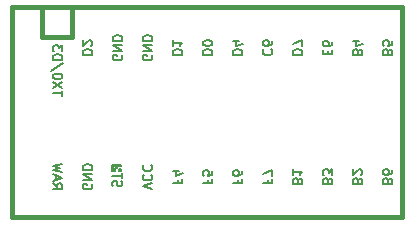
<source format=gbr>
G04 #@! TF.GenerationSoftware,KiCad,Pcbnew,(5.1.4)-1*
G04 #@! TF.CreationDate,2021-09-17T03:57:41-10:00*
G04 #@! TF.ProjectId,oya38split,6f796133-3873-4706-9c69-742e6b696361,rev?*
G04 #@! TF.SameCoordinates,Original*
G04 #@! TF.FileFunction,Legend,Bot*
G04 #@! TF.FilePolarity,Positive*
%FSLAX46Y46*%
G04 Gerber Fmt 4.6, Leading zero omitted, Abs format (unit mm)*
G04 Created by KiCad (PCBNEW (5.1.4)-1) date 2021-09-17 03:57:41*
%MOMM*%
%LPD*%
G04 APERTURE LIST*
%ADD10C,0.381000*%
%ADD11C,0.150000*%
G04 APERTURE END LIST*
D10*
X52228750Y-29210000D02*
X82708750Y-29210000D01*
X82708750Y-29210000D02*
X82708750Y-46990000D01*
X82708750Y-46990000D02*
X52228750Y-46990000D01*
X52228750Y-31750000D02*
X54768750Y-31750000D01*
X54768750Y-31750000D02*
X54768750Y-29210000D01*
D11*
G36*
X58108110Y-43031568D02*
G01*
X58408110Y-43031568D01*
X58408110Y-42931568D01*
X58108110Y-42931568D01*
X58108110Y-43031568D01*
G37*
X58108110Y-43031568D02*
X58408110Y-43031568D01*
X58408110Y-42931568D01*
X58108110Y-42931568D01*
X58108110Y-43031568D01*
G36*
X58508110Y-42831568D02*
G01*
X58608110Y-42831568D01*
X58608110Y-42731568D01*
X58508110Y-42731568D01*
X58508110Y-42831568D01*
G37*
X58508110Y-42831568D02*
X58608110Y-42831568D01*
X58608110Y-42731568D01*
X58508110Y-42731568D01*
X58508110Y-42831568D01*
G36*
X58108110Y-43031568D02*
G01*
X58208110Y-43031568D01*
X58208110Y-42531568D01*
X58108110Y-42531568D01*
X58108110Y-43031568D01*
G37*
X58108110Y-43031568D02*
X58208110Y-43031568D01*
X58208110Y-42531568D01*
X58108110Y-42531568D01*
X58108110Y-43031568D01*
G36*
X58108110Y-42631568D02*
G01*
X58908110Y-42631568D01*
X58908110Y-42531568D01*
X58108110Y-42531568D01*
X58108110Y-42631568D01*
G37*
X58108110Y-42631568D02*
X58908110Y-42631568D01*
X58908110Y-42531568D01*
X58108110Y-42531568D01*
X58108110Y-42631568D01*
G36*
X58708110Y-43031568D02*
G01*
X58908110Y-43031568D01*
X58908110Y-42931568D01*
X58708110Y-42931568D01*
X58708110Y-43031568D01*
G37*
X58708110Y-43031568D02*
X58908110Y-43031568D01*
X58908110Y-42931568D01*
X58708110Y-42931568D01*
X58708110Y-43031568D01*
D10*
X52228750Y-46990000D02*
X49688750Y-46990000D01*
X49688750Y-46990000D02*
X49688750Y-29210000D01*
X49688750Y-29210000D02*
X52228750Y-29210000D01*
X52228750Y-31750000D02*
X52228750Y-29210000D01*
D11*
X78955892Y-43884809D02*
X78917797Y-43770523D01*
X78879702Y-43732428D01*
X78803511Y-43694333D01*
X78689226Y-43694333D01*
X78613035Y-43732428D01*
X78574940Y-43770523D01*
X78536845Y-43846714D01*
X78536845Y-44151476D01*
X79336845Y-44151476D01*
X79336845Y-43884809D01*
X79298750Y-43808619D01*
X79260654Y-43770523D01*
X79184464Y-43732428D01*
X79108273Y-43732428D01*
X79032083Y-43770523D01*
X78993988Y-43808619D01*
X78955892Y-43884809D01*
X78955892Y-44151476D01*
X79260654Y-43389571D02*
X79298750Y-43351476D01*
X79336845Y-43275285D01*
X79336845Y-43084809D01*
X79298750Y-43008619D01*
X79260654Y-42970523D01*
X79184464Y-42932428D01*
X79108273Y-42932428D01*
X78993988Y-42970523D01*
X78536845Y-43427666D01*
X78536845Y-42932428D01*
X71335892Y-43827666D02*
X71335892Y-44094333D01*
X70916845Y-44094333D02*
X71716845Y-44094333D01*
X71716845Y-43713380D01*
X71716845Y-43484809D02*
X71716845Y-42951476D01*
X70916845Y-43294333D01*
X68795892Y-43827666D02*
X68795892Y-44094333D01*
X68376845Y-44094333D02*
X69176845Y-44094333D01*
X69176845Y-43713380D01*
X69176845Y-43065761D02*
X69176845Y-43218142D01*
X69138750Y-43294333D01*
X69100654Y-43332428D01*
X68986369Y-43408619D01*
X68833988Y-43446714D01*
X68529226Y-43446714D01*
X68453035Y-43408619D01*
X68414940Y-43370523D01*
X68376845Y-43294333D01*
X68376845Y-43141952D01*
X68414940Y-43065761D01*
X68453035Y-43027666D01*
X68529226Y-42989571D01*
X68719702Y-42989571D01*
X68795892Y-43027666D01*
X68833988Y-43065761D01*
X68872083Y-43141952D01*
X68872083Y-43294333D01*
X68833988Y-43370523D01*
X68795892Y-43408619D01*
X68719702Y-43446714D01*
X66255892Y-43827666D02*
X66255892Y-44094333D01*
X65836845Y-44094333D02*
X66636845Y-44094333D01*
X66636845Y-43713380D01*
X66636845Y-43027666D02*
X66636845Y-43408619D01*
X66255892Y-43446714D01*
X66293988Y-43408619D01*
X66332083Y-43332428D01*
X66332083Y-43141952D01*
X66293988Y-43065761D01*
X66255892Y-43027666D01*
X66179702Y-42989571D01*
X65989226Y-42989571D01*
X65913035Y-43027666D01*
X65874940Y-43065761D01*
X65836845Y-43141952D01*
X65836845Y-43332428D01*
X65874940Y-43408619D01*
X65913035Y-43446714D01*
X53136845Y-44113380D02*
X53517797Y-44380047D01*
X53136845Y-44570523D02*
X53936845Y-44570523D01*
X53936845Y-44265761D01*
X53898750Y-44189571D01*
X53860654Y-44151476D01*
X53784464Y-44113380D01*
X53670178Y-44113380D01*
X53593988Y-44151476D01*
X53555892Y-44189571D01*
X53517797Y-44265761D01*
X53517797Y-44570523D01*
X53365416Y-43808619D02*
X53365416Y-43427666D01*
X53136845Y-43884809D02*
X53936845Y-43618142D01*
X53136845Y-43351476D01*
X53936845Y-43161000D02*
X53136845Y-42970523D01*
X53708273Y-42818142D01*
X53136845Y-42665761D01*
X53936845Y-42475285D01*
X56438750Y-44170523D02*
X56476845Y-44246714D01*
X56476845Y-44361000D01*
X56438750Y-44475285D01*
X56362559Y-44551476D01*
X56286369Y-44589571D01*
X56133988Y-44627666D01*
X56019702Y-44627666D01*
X55867321Y-44589571D01*
X55791130Y-44551476D01*
X55714940Y-44475285D01*
X55676845Y-44361000D01*
X55676845Y-44284809D01*
X55714940Y-44170523D01*
X55753035Y-44132428D01*
X56019702Y-44132428D01*
X56019702Y-44284809D01*
X55676845Y-43789571D02*
X56476845Y-43789571D01*
X55676845Y-43332428D01*
X56476845Y-43332428D01*
X55676845Y-42951476D02*
X56476845Y-42951476D01*
X56476845Y-42761000D01*
X56438750Y-42646714D01*
X56362559Y-42570523D01*
X56286369Y-42532428D01*
X56133988Y-42494333D01*
X56019702Y-42494333D01*
X55867321Y-42532428D01*
X55791130Y-42570523D01*
X55714940Y-42646714D01*
X55676845Y-42761000D01*
X55676845Y-42951476D01*
X58224940Y-44366453D02*
X58186845Y-44252167D01*
X58186845Y-44061691D01*
X58224940Y-43985500D01*
X58263035Y-43947405D01*
X58339226Y-43909310D01*
X58415416Y-43909310D01*
X58491607Y-43947405D01*
X58529702Y-43985500D01*
X58567797Y-44061691D01*
X58605892Y-44214072D01*
X58643988Y-44290262D01*
X58682083Y-44328358D01*
X58758273Y-44366453D01*
X58834464Y-44366453D01*
X58910654Y-44328358D01*
X58948750Y-44290262D01*
X58986845Y-44214072D01*
X58986845Y-44023596D01*
X58948750Y-43909310D01*
X58986845Y-43680739D02*
X58986845Y-43223596D01*
X58186845Y-43452167D02*
X58986845Y-43452167D01*
X61556845Y-44627666D02*
X60756845Y-44361000D01*
X61556845Y-44094333D01*
X60833035Y-43370523D02*
X60794940Y-43408619D01*
X60756845Y-43522904D01*
X60756845Y-43599095D01*
X60794940Y-43713380D01*
X60871130Y-43789571D01*
X60947321Y-43827666D01*
X61099702Y-43865761D01*
X61213988Y-43865761D01*
X61366369Y-43827666D01*
X61442559Y-43789571D01*
X61518750Y-43713380D01*
X61556845Y-43599095D01*
X61556845Y-43522904D01*
X61518750Y-43408619D01*
X61480654Y-43370523D01*
X60833035Y-42570523D02*
X60794940Y-42608619D01*
X60756845Y-42722904D01*
X60756845Y-42799095D01*
X60794940Y-42913380D01*
X60871130Y-42989571D01*
X60947321Y-43027666D01*
X61099702Y-43065761D01*
X61213988Y-43065761D01*
X61366369Y-43027666D01*
X61442559Y-42989571D01*
X61518750Y-42913380D01*
X61556845Y-42799095D01*
X61556845Y-42722904D01*
X61518750Y-42608619D01*
X61480654Y-42570523D01*
X63715892Y-43827666D02*
X63715892Y-44094333D01*
X63296845Y-44094333D02*
X64096845Y-44094333D01*
X64096845Y-43713380D01*
X63830178Y-43065761D02*
X63296845Y-43065761D01*
X64134940Y-43256238D02*
X63563511Y-43446714D01*
X63563511Y-42951476D01*
X73875892Y-43884809D02*
X73837797Y-43770523D01*
X73799702Y-43732428D01*
X73723511Y-43694333D01*
X73609226Y-43694333D01*
X73533035Y-43732428D01*
X73494940Y-43770523D01*
X73456845Y-43846714D01*
X73456845Y-44151476D01*
X74256845Y-44151476D01*
X74256845Y-43884809D01*
X74218750Y-43808619D01*
X74180654Y-43770523D01*
X74104464Y-43732428D01*
X74028273Y-43732428D01*
X73952083Y-43770523D01*
X73913988Y-43808619D01*
X73875892Y-43884809D01*
X73875892Y-44151476D01*
X73456845Y-42932428D02*
X73456845Y-43389571D01*
X73456845Y-43161000D02*
X74256845Y-43161000D01*
X74142559Y-43237190D01*
X74066369Y-43313380D01*
X74028273Y-43389571D01*
X76415892Y-43884809D02*
X76377797Y-43770523D01*
X76339702Y-43732428D01*
X76263511Y-43694333D01*
X76149226Y-43694333D01*
X76073035Y-43732428D01*
X76034940Y-43770523D01*
X75996845Y-43846714D01*
X75996845Y-44151476D01*
X76796845Y-44151476D01*
X76796845Y-43884809D01*
X76758750Y-43808619D01*
X76720654Y-43770523D01*
X76644464Y-43732428D01*
X76568273Y-43732428D01*
X76492083Y-43770523D01*
X76453988Y-43808619D01*
X76415892Y-43884809D01*
X76415892Y-44151476D01*
X76796845Y-43427666D02*
X76796845Y-42932428D01*
X76492083Y-43199095D01*
X76492083Y-43084809D01*
X76453988Y-43008619D01*
X76415892Y-42970523D01*
X76339702Y-42932428D01*
X76149226Y-42932428D01*
X76073035Y-42970523D01*
X76034940Y-43008619D01*
X75996845Y-43084809D01*
X75996845Y-43313380D01*
X76034940Y-43389571D01*
X76073035Y-43427666D01*
X81495892Y-43884809D02*
X81457797Y-43770523D01*
X81419702Y-43732428D01*
X81343511Y-43694333D01*
X81229226Y-43694333D01*
X81153035Y-43732428D01*
X81114940Y-43770523D01*
X81076845Y-43846714D01*
X81076845Y-44151476D01*
X81876845Y-44151476D01*
X81876845Y-43884809D01*
X81838750Y-43808619D01*
X81800654Y-43770523D01*
X81724464Y-43732428D01*
X81648273Y-43732428D01*
X81572083Y-43770523D01*
X81533988Y-43808619D01*
X81495892Y-43884809D01*
X81495892Y-44151476D01*
X81876845Y-43008619D02*
X81876845Y-43161000D01*
X81838750Y-43237190D01*
X81800654Y-43275285D01*
X81686369Y-43351476D01*
X81533988Y-43389571D01*
X81229226Y-43389571D01*
X81153035Y-43351476D01*
X81114940Y-43313380D01*
X81076845Y-43237190D01*
X81076845Y-43084809D01*
X81114940Y-43008619D01*
X81153035Y-42970523D01*
X81229226Y-42932428D01*
X81419702Y-42932428D01*
X81495892Y-42970523D01*
X81533988Y-43008619D01*
X81572083Y-43084809D01*
X81572083Y-43237190D01*
X81533988Y-43313380D01*
X81495892Y-43351476D01*
X81419702Y-43389571D01*
X81495892Y-32962809D02*
X81457797Y-32848523D01*
X81419702Y-32810428D01*
X81343511Y-32772333D01*
X81229226Y-32772333D01*
X81153035Y-32810428D01*
X81114940Y-32848523D01*
X81076845Y-32924714D01*
X81076845Y-33229476D01*
X81876845Y-33229476D01*
X81876845Y-32962809D01*
X81838750Y-32886619D01*
X81800654Y-32848523D01*
X81724464Y-32810428D01*
X81648273Y-32810428D01*
X81572083Y-32848523D01*
X81533988Y-32886619D01*
X81495892Y-32962809D01*
X81495892Y-33229476D01*
X81876845Y-32048523D02*
X81876845Y-32429476D01*
X81495892Y-32467571D01*
X81533988Y-32429476D01*
X81572083Y-32353285D01*
X81572083Y-32162809D01*
X81533988Y-32086619D01*
X81495892Y-32048523D01*
X81419702Y-32010428D01*
X81229226Y-32010428D01*
X81153035Y-32048523D01*
X81114940Y-32086619D01*
X81076845Y-32162809D01*
X81076845Y-32353285D01*
X81114940Y-32429476D01*
X81153035Y-32467571D01*
X78955892Y-32962809D02*
X78917797Y-32848523D01*
X78879702Y-32810428D01*
X78803511Y-32772333D01*
X78689226Y-32772333D01*
X78613035Y-32810428D01*
X78574940Y-32848523D01*
X78536845Y-32924714D01*
X78536845Y-33229476D01*
X79336845Y-33229476D01*
X79336845Y-32962809D01*
X79298750Y-32886619D01*
X79260654Y-32848523D01*
X79184464Y-32810428D01*
X79108273Y-32810428D01*
X79032083Y-32848523D01*
X78993988Y-32886619D01*
X78955892Y-32962809D01*
X78955892Y-33229476D01*
X79070178Y-32086619D02*
X78536845Y-32086619D01*
X79374940Y-32277095D02*
X78803511Y-32467571D01*
X78803511Y-31972333D01*
X76415892Y-33191380D02*
X76415892Y-32924714D01*
X75996845Y-32810428D02*
X75996845Y-33191380D01*
X76796845Y-33191380D01*
X76796845Y-32810428D01*
X76796845Y-32124714D02*
X76796845Y-32277095D01*
X76758750Y-32353285D01*
X76720654Y-32391380D01*
X76606369Y-32467571D01*
X76453988Y-32505666D01*
X76149226Y-32505666D01*
X76073035Y-32467571D01*
X76034940Y-32429476D01*
X75996845Y-32353285D01*
X75996845Y-32200904D01*
X76034940Y-32124714D01*
X76073035Y-32086619D01*
X76149226Y-32048523D01*
X76339702Y-32048523D01*
X76415892Y-32086619D01*
X76453988Y-32124714D01*
X76492083Y-32200904D01*
X76492083Y-32353285D01*
X76453988Y-32429476D01*
X76415892Y-32467571D01*
X76339702Y-32505666D01*
X73456845Y-33229476D02*
X74256845Y-33229476D01*
X74256845Y-33039000D01*
X74218750Y-32924714D01*
X74142559Y-32848523D01*
X74066369Y-32810428D01*
X73913988Y-32772333D01*
X73799702Y-32772333D01*
X73647321Y-32810428D01*
X73571130Y-32848523D01*
X73494940Y-32924714D01*
X73456845Y-33039000D01*
X73456845Y-33229476D01*
X74256845Y-32505666D02*
X74256845Y-31972333D01*
X73456845Y-32315190D01*
X70993035Y-32772333D02*
X70954940Y-32810428D01*
X70916845Y-32924714D01*
X70916845Y-33000904D01*
X70954940Y-33115190D01*
X71031130Y-33191380D01*
X71107321Y-33229476D01*
X71259702Y-33267571D01*
X71373988Y-33267571D01*
X71526369Y-33229476D01*
X71602559Y-33191380D01*
X71678750Y-33115190D01*
X71716845Y-33000904D01*
X71716845Y-32924714D01*
X71678750Y-32810428D01*
X71640654Y-32772333D01*
X71716845Y-32086619D02*
X71716845Y-32239000D01*
X71678750Y-32315190D01*
X71640654Y-32353285D01*
X71526369Y-32429476D01*
X71373988Y-32467571D01*
X71069226Y-32467571D01*
X70993035Y-32429476D01*
X70954940Y-32391380D01*
X70916845Y-32315190D01*
X70916845Y-32162809D01*
X70954940Y-32086619D01*
X70993035Y-32048523D01*
X71069226Y-32010428D01*
X71259702Y-32010428D01*
X71335892Y-32048523D01*
X71373988Y-32086619D01*
X71412083Y-32162809D01*
X71412083Y-32315190D01*
X71373988Y-32391380D01*
X71335892Y-32429476D01*
X71259702Y-32467571D01*
X68376845Y-33229476D02*
X69176845Y-33229476D01*
X69176845Y-33039000D01*
X69138750Y-32924714D01*
X69062559Y-32848523D01*
X68986369Y-32810428D01*
X68833988Y-32772333D01*
X68719702Y-32772333D01*
X68567321Y-32810428D01*
X68491130Y-32848523D01*
X68414940Y-32924714D01*
X68376845Y-33039000D01*
X68376845Y-33229476D01*
X68910178Y-32086619D02*
X68376845Y-32086619D01*
X69214940Y-32277095D02*
X68643511Y-32467571D01*
X68643511Y-31972333D01*
X58978750Y-33248523D02*
X59016845Y-33324714D01*
X59016845Y-33439000D01*
X58978750Y-33553285D01*
X58902559Y-33629476D01*
X58826369Y-33667571D01*
X58673988Y-33705666D01*
X58559702Y-33705666D01*
X58407321Y-33667571D01*
X58331130Y-33629476D01*
X58254940Y-33553285D01*
X58216845Y-33439000D01*
X58216845Y-33362809D01*
X58254940Y-33248523D01*
X58293035Y-33210428D01*
X58559702Y-33210428D01*
X58559702Y-33362809D01*
X58216845Y-32867571D02*
X59016845Y-32867571D01*
X58216845Y-32410428D01*
X59016845Y-32410428D01*
X58216845Y-32029476D02*
X59016845Y-32029476D01*
X59016845Y-31839000D01*
X58978750Y-31724714D01*
X58902559Y-31648523D01*
X58826369Y-31610428D01*
X58673988Y-31572333D01*
X58559702Y-31572333D01*
X58407321Y-31610428D01*
X58331130Y-31648523D01*
X58254940Y-31724714D01*
X58216845Y-31839000D01*
X58216845Y-32029476D01*
X61518750Y-33248523D02*
X61556845Y-33324714D01*
X61556845Y-33439000D01*
X61518750Y-33553285D01*
X61442559Y-33629476D01*
X61366369Y-33667571D01*
X61213988Y-33705666D01*
X61099702Y-33705666D01*
X60947321Y-33667571D01*
X60871130Y-33629476D01*
X60794940Y-33553285D01*
X60756845Y-33439000D01*
X60756845Y-33362809D01*
X60794940Y-33248523D01*
X60833035Y-33210428D01*
X61099702Y-33210428D01*
X61099702Y-33362809D01*
X60756845Y-32867571D02*
X61556845Y-32867571D01*
X60756845Y-32410428D01*
X61556845Y-32410428D01*
X60756845Y-32029476D02*
X61556845Y-32029476D01*
X61556845Y-31839000D01*
X61518750Y-31724714D01*
X61442559Y-31648523D01*
X61366369Y-31610428D01*
X61213988Y-31572333D01*
X61099702Y-31572333D01*
X60947321Y-31610428D01*
X60871130Y-31648523D01*
X60794940Y-31724714D01*
X60756845Y-31839000D01*
X60756845Y-32029476D01*
X63296845Y-33229476D02*
X64096845Y-33229476D01*
X64096845Y-33039000D01*
X64058750Y-32924714D01*
X63982559Y-32848523D01*
X63906369Y-32810428D01*
X63753988Y-32772333D01*
X63639702Y-32772333D01*
X63487321Y-32810428D01*
X63411130Y-32848523D01*
X63334940Y-32924714D01*
X63296845Y-33039000D01*
X63296845Y-33229476D01*
X63296845Y-32010428D02*
X63296845Y-32467571D01*
X63296845Y-32239000D02*
X64096845Y-32239000D01*
X63982559Y-32315190D01*
X63906369Y-32391380D01*
X63868273Y-32467571D01*
X65836845Y-33229476D02*
X66636845Y-33229476D01*
X66636845Y-33039000D01*
X66598750Y-32924714D01*
X66522559Y-32848523D01*
X66446369Y-32810428D01*
X66293988Y-32772333D01*
X66179702Y-32772333D01*
X66027321Y-32810428D01*
X65951130Y-32848523D01*
X65874940Y-32924714D01*
X65836845Y-33039000D01*
X65836845Y-33229476D01*
X66636845Y-32277095D02*
X66636845Y-32200904D01*
X66598750Y-32124714D01*
X66560654Y-32086619D01*
X66484464Y-32048523D01*
X66332083Y-32010428D01*
X66141607Y-32010428D01*
X65989226Y-32048523D01*
X65913035Y-32086619D01*
X65874940Y-32124714D01*
X65836845Y-32200904D01*
X65836845Y-32277095D01*
X65874940Y-32353285D01*
X65913035Y-32391380D01*
X65989226Y-32429476D01*
X66141607Y-32467571D01*
X66332083Y-32467571D01*
X66484464Y-32429476D01*
X66560654Y-32391380D01*
X66598750Y-32353285D01*
X66636845Y-32277095D01*
X55676845Y-33229476D02*
X56476845Y-33229476D01*
X56476845Y-33039000D01*
X56438750Y-32924714D01*
X56362559Y-32848523D01*
X56286369Y-32810428D01*
X56133988Y-32772333D01*
X56019702Y-32772333D01*
X55867321Y-32810428D01*
X55791130Y-32848523D01*
X55714940Y-32924714D01*
X55676845Y-33039000D01*
X55676845Y-33229476D01*
X56400654Y-32467571D02*
X56438750Y-32429476D01*
X56476845Y-32353285D01*
X56476845Y-32162809D01*
X56438750Y-32086619D01*
X56400654Y-32048523D01*
X56324464Y-32010428D01*
X56248273Y-32010428D01*
X56133988Y-32048523D01*
X55676845Y-32505666D01*
X55676845Y-32010428D01*
X53936845Y-36718604D02*
X53936845Y-36261461D01*
X53136845Y-36490032D02*
X53936845Y-36490032D01*
X53936845Y-36070985D02*
X53136845Y-35537651D01*
X53936845Y-35537651D02*
X53136845Y-36070985D01*
X53936845Y-35080508D02*
X53936845Y-35004318D01*
X53898750Y-34928128D01*
X53860654Y-34890032D01*
X53784464Y-34851937D01*
X53632083Y-34813842D01*
X53441607Y-34813842D01*
X53289226Y-34851937D01*
X53213035Y-34890032D01*
X53174940Y-34928128D01*
X53136845Y-35004318D01*
X53136845Y-35080508D01*
X53174940Y-35156699D01*
X53213035Y-35194794D01*
X53289226Y-35232889D01*
X53441607Y-35270985D01*
X53632083Y-35270985D01*
X53784464Y-35232889D01*
X53860654Y-35194794D01*
X53898750Y-35156699D01*
X53936845Y-35080508D01*
X53974940Y-33899556D02*
X52946369Y-34585270D01*
X53136845Y-33632889D02*
X53936845Y-33632889D01*
X53936845Y-33442413D01*
X53898750Y-33328128D01*
X53822559Y-33251937D01*
X53746369Y-33213842D01*
X53593988Y-33175747D01*
X53479702Y-33175747D01*
X53327321Y-33213842D01*
X53251130Y-33251937D01*
X53174940Y-33328128D01*
X53136845Y-33442413D01*
X53136845Y-33632889D01*
X53936845Y-32909080D02*
X53936845Y-32413842D01*
X53632083Y-32680508D01*
X53632083Y-32566223D01*
X53593988Y-32490032D01*
X53555892Y-32451937D01*
X53479702Y-32413842D01*
X53289226Y-32413842D01*
X53213035Y-32451937D01*
X53174940Y-32490032D01*
X53136845Y-32566223D01*
X53136845Y-32794794D01*
X53174940Y-32870985D01*
X53213035Y-32909080D01*
M02*

</source>
